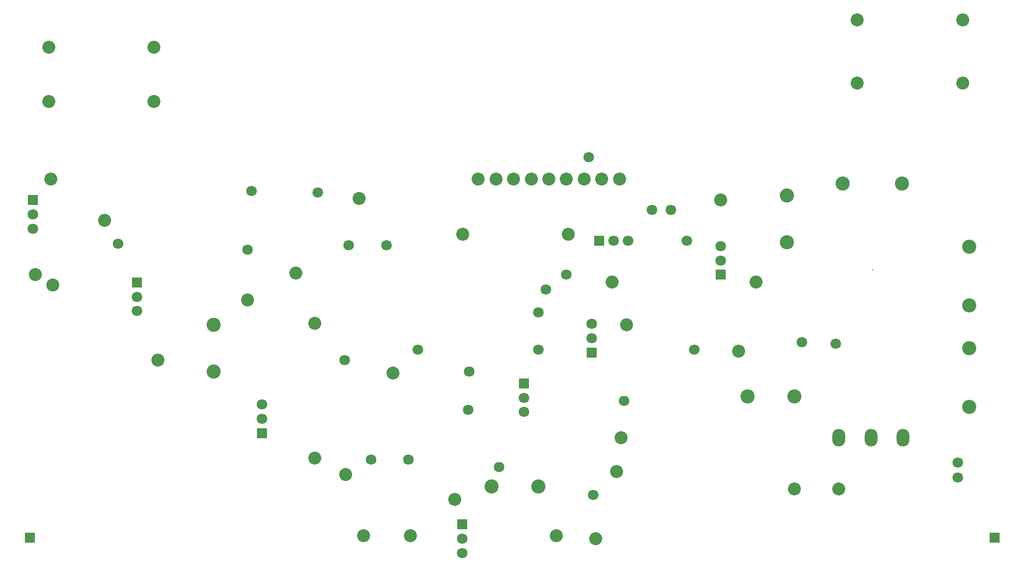
<source format=gbs>
%FSTAX23Y23*%
%MOMM*%
%SFA1B1*%

%IPPOS*%
%ADD25C,2.203196*%
%ADD26R,1.803196X1.803196*%
%ADD27C,0.203200*%
%ADD28C,2.403195*%
%ADD29C,1.803196*%
%ADD30R,1.803196X1.803196*%
%ADD31O,2.203196X3.003194*%
%LNpcbbyb2aver3-1*%
%LPD*%
G54D25*
X81143Y59122D03*
X9905D03*
X11463Y50499D03*
X106499Y50999D03*
X127999Y39249D03*
X28656Y81749D03*
X10749D03*
X107249Y18749D03*
X103749Y07309D03*
X69249Y35499D03*
X55999Y43999D03*
X96999Y07809D03*
X44499Y47999D03*
X55999Y21006D03*
X108999Y43749D03*
X145039Y15749D03*
X72249Y07809D03*
X130999Y50999D03*
X20249Y61549D03*
X137499Y15749D03*
X64249Y07809D03*
X107999Y24499D03*
X79749Y13999D03*
X124999Y64999D03*
X29249Y37749D03*
X08499Y52249D03*
X10749Y90999D03*
X28656D03*
X166105Y95626D03*
X148198D03*
X83749Y68499D03*
X86749D03*
X92749D03*
X89749D03*
X101749D03*
X104749D03*
X98749D03*
X95749D03*
X107749D03*
X1108D03*
X166105Y84876D03*
X148198D03*
X635Y65249D03*
X52749Y52499D03*
X61249Y18249D03*
G54D26*
X171499Y07499D03*
X07499D03*
X104309Y57999D03*
G54D27*
X150749Y52999D03*
G54D28*
X137499Y31499D03*
X129499D03*
X93999Y16249D03*
X85999D03*
X167249Y29749D03*
Y39749D03*
X38749Y43749D03*
Y35749D03*
X167249Y46999D03*
Y56999D03*
X136249Y57749D03*
Y65749D03*
X155749Y67749D03*
X145749D03*
G54D29*
X80999Y04869D03*
Y07309D03*
X124999Y57129D03*
Y54689D03*
X106749Y57999D03*
X109189D03*
X102999Y43879D03*
Y41439D03*
X91499Y31309D03*
Y28869D03*
X46999Y27749D03*
Y30189D03*
X25749Y46059D03*
Y48499D03*
X07999Y62499D03*
Y60059D03*
X93999Y39499D03*
Y45879D03*
X165249Y20289D03*
Y17749D03*
X65499Y20749D03*
X71879D03*
X68129Y57249D03*
X61749D03*
X56499Y66249D03*
X45249Y66499D03*
X102499Y72249D03*
X116499Y63249D03*
X144499Y40499D03*
X138749Y40749D03*
X113249Y63249D03*
X119249Y57999D03*
X120499Y39499D03*
X98749Y52249D03*
X103249Y14749D03*
X87249Y19499D03*
X9525Y49749D03*
X73499Y39499D03*
X82249Y35749D03*
X81999Y29249D03*
X60999Y37749D03*
X108499Y30749D03*
X44499Y56499D03*
X22499Y57499D03*
G54D30*
X80999Y09749D03*
X124999Y52249D03*
X102999Y38999D03*
X91499Y33749D03*
X46999Y25309D03*
X25749Y50939D03*
X07999Y64939D03*
G54D31*
X155959Y24499D03*
X150499D03*
X145039D03*
M02*
</source>
